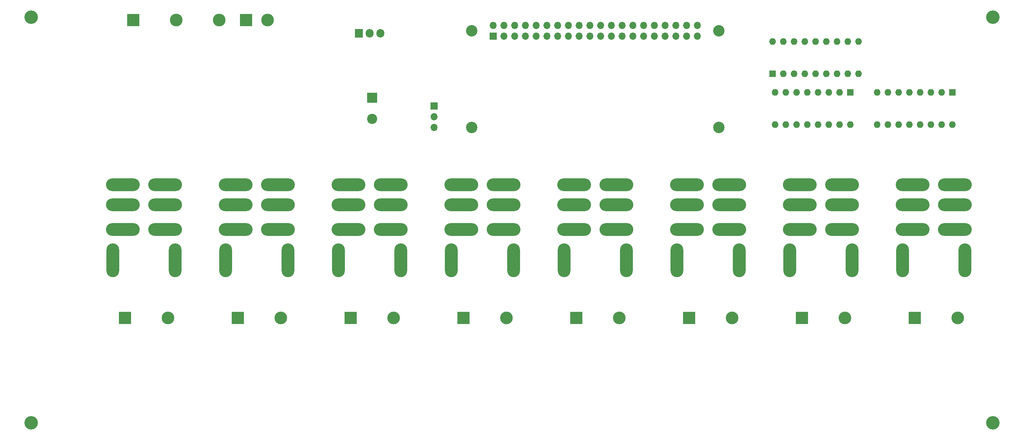
<source format=gbr>
%TF.GenerationSoftware,KiCad,Pcbnew,(5.1.12-1-10_14)*%
%TF.CreationDate,2022-01-09T10:09:14-08:00*%
%TF.ProjectId,RPI_Remote_Power_Controller,5250495f-5265-46d6-9f74-655f506f7765,0.1*%
%TF.SameCoordinates,Original*%
%TF.FileFunction,Soldermask,Bot*%
%TF.FilePolarity,Negative*%
%FSLAX46Y46*%
G04 Gerber Fmt 4.6, Leading zero omitted, Abs format (unit mm)*
G04 Created by KiCad (PCBNEW (5.1.12-1-10_14)) date 2022-01-09 10:09:14*
%MOMM*%
%LPD*%
G01*
G04 APERTURE LIST*
%ADD10O,8.000000X3.000000*%
%ADD11O,3.000000X8.000000*%
%ADD12R,1.700000X1.700000*%
%ADD13O,1.700000X1.700000*%
%ADD14C,2.400000*%
%ADD15R,2.400000X2.400000*%
%ADD16C,3.200000*%
%ADD17C,2.700000*%
%ADD18R,1.905000X2.000000*%
%ADD19O,1.905000X2.000000*%
%ADD20R,1.600000X1.600000*%
%ADD21O,1.600000X1.600000*%
%ADD22R,3.000000X3.000000*%
%ADD23C,3.000000*%
G04 APERTURE END LIST*
D10*
%TO.C,SW3*%
X102315000Y-89770000D03*
X112315000Y-89750000D03*
X102315000Y-94460000D03*
X112315000Y-94460000D03*
X102315000Y-100360000D03*
X112315000Y-100360000D03*
D11*
X99915000Y-107610000D03*
X114715000Y-107610000D03*
%TD*%
D12*
%TO.C,J11*%
X136525000Y-54610000D03*
D13*
X136525000Y-52070000D03*
X139065000Y-54610000D03*
X139065000Y-52070000D03*
X141605000Y-54610000D03*
X141605000Y-52070000D03*
X144145000Y-54610000D03*
X144145000Y-52070000D03*
X146685000Y-54610000D03*
X146685000Y-52070000D03*
X149225000Y-54610000D03*
X149225000Y-52070000D03*
X151765000Y-54610000D03*
X151765000Y-52070000D03*
X154305000Y-54610000D03*
X154305000Y-52070000D03*
X156845000Y-54610000D03*
X156845000Y-52070000D03*
X159385000Y-54610000D03*
X159385000Y-52070000D03*
X161925000Y-54610000D03*
X161925000Y-52070000D03*
X164465000Y-54610000D03*
X164465000Y-52070000D03*
X167005000Y-54610000D03*
X167005000Y-52070000D03*
X169545000Y-54610000D03*
X169545000Y-52070000D03*
X172085000Y-54610000D03*
X172085000Y-52070000D03*
X174625000Y-54610000D03*
X174625000Y-52070000D03*
X177165000Y-54610000D03*
X177165000Y-52070000D03*
X179705000Y-54610000D03*
X179705000Y-52070000D03*
X182245000Y-54610000D03*
X182245000Y-52070000D03*
X184785000Y-54610000D03*
X184785000Y-52070000D03*
%TD*%
D14*
%TO.C,C1*%
X107950000Y-74215000D03*
D15*
X107950000Y-69215000D03*
%TD*%
D16*
%TO.C,REF\u002A\u002A*%
X254635000Y-50165000D03*
%TD*%
%TO.C,REF\u002A\u002A*%
X27305000Y-146050000D03*
%TD*%
%TO.C,REF\u002A\u002A*%
X254635000Y-146050000D03*
%TD*%
%TO.C,REF\u002A\u002A*%
X27305000Y-50165000D03*
%TD*%
D17*
%TO.C,REF\u002A\u002A*%
X189865000Y-76200000D03*
%TD*%
%TO.C,REF\u002A\u002A*%
X131445000Y-76200000D03*
%TD*%
%TO.C,REF\u002A\u002A*%
X189865000Y-53340000D03*
%TD*%
%TO.C,REF\u002A\u002A*%
X131445000Y-53340000D03*
%TD*%
D12*
%TO.C,J9*%
X122555000Y-71120000D03*
D13*
X122555000Y-73660000D03*
X122555000Y-76200000D03*
%TD*%
D10*
%TO.C,SW1*%
X48975000Y-89770000D03*
X58975000Y-89750000D03*
X48975000Y-94460000D03*
X58975000Y-94460000D03*
X48975000Y-100360000D03*
X58975000Y-100360000D03*
D11*
X46575000Y-107610000D03*
X61375000Y-107610000D03*
%TD*%
%TO.C,SW2*%
X88045000Y-107610000D03*
X73245000Y-107610000D03*
D10*
X85645000Y-100360000D03*
X75645000Y-100360000D03*
X85645000Y-94460000D03*
X75645000Y-94460000D03*
X85645000Y-89750000D03*
X75645000Y-89770000D03*
%TD*%
D11*
%TO.C,SW4*%
X141385000Y-107610000D03*
X126585000Y-107610000D03*
D10*
X138985000Y-100360000D03*
X128985000Y-100360000D03*
X138985000Y-94460000D03*
X128985000Y-94460000D03*
X138985000Y-89750000D03*
X128985000Y-89770000D03*
%TD*%
%TO.C,SW5*%
X155655000Y-89770000D03*
X165655000Y-89750000D03*
X155655000Y-94460000D03*
X165655000Y-94460000D03*
X155655000Y-100360000D03*
X165655000Y-100360000D03*
D11*
X153255000Y-107610000D03*
X168055000Y-107610000D03*
%TD*%
%TO.C,SW6*%
X194725000Y-107610000D03*
X179925000Y-107610000D03*
D10*
X192325000Y-100360000D03*
X182325000Y-100360000D03*
X192325000Y-94460000D03*
X182325000Y-94460000D03*
X192325000Y-89750000D03*
X182325000Y-89770000D03*
%TD*%
%TO.C,SW7*%
X208995000Y-89770000D03*
X218995000Y-89750000D03*
X208995000Y-94460000D03*
X218995000Y-94460000D03*
X208995000Y-100360000D03*
X218995000Y-100360000D03*
D11*
X206595000Y-107610000D03*
X221395000Y-107610000D03*
%TD*%
%TO.C,SW8*%
X248065000Y-107610000D03*
X233265000Y-107610000D03*
D10*
X245665000Y-100360000D03*
X235665000Y-100360000D03*
X245665000Y-94460000D03*
X235665000Y-94460000D03*
X245665000Y-89750000D03*
X235665000Y-89770000D03*
%TD*%
D18*
%TO.C,U1*%
X104775000Y-53975000D03*
D19*
X107315000Y-53975000D03*
X109855000Y-53975000D03*
%TD*%
D20*
%TO.C,U2*%
X202565000Y-63500000D03*
D21*
X222885000Y-55880000D03*
X205105000Y-63500000D03*
X220345000Y-55880000D03*
X207645000Y-63500000D03*
X217805000Y-55880000D03*
X210185000Y-63500000D03*
X215265000Y-55880000D03*
X212725000Y-63500000D03*
X212725000Y-55880000D03*
X215265000Y-63500000D03*
X210185000Y-55880000D03*
X217805000Y-63500000D03*
X207645000Y-55880000D03*
X220345000Y-63500000D03*
X205105000Y-55880000D03*
X222885000Y-63500000D03*
X202565000Y-55880000D03*
%TD*%
%TO.C,U3*%
X220980000Y-75565000D03*
X203200000Y-67945000D03*
X218440000Y-75565000D03*
X205740000Y-67945000D03*
X215900000Y-75565000D03*
X208280000Y-67945000D03*
X213360000Y-75565000D03*
X210820000Y-67945000D03*
X210820000Y-75565000D03*
X213360000Y-67945000D03*
X208280000Y-75565000D03*
X215900000Y-67945000D03*
X205740000Y-75565000D03*
X218440000Y-67945000D03*
X203200000Y-75565000D03*
D20*
X220980000Y-67945000D03*
%TD*%
%TO.C,U4*%
X245110000Y-67945000D03*
D21*
X227330000Y-75565000D03*
X242570000Y-67945000D03*
X229870000Y-75565000D03*
X240030000Y-67945000D03*
X232410000Y-75565000D03*
X237490000Y-67945000D03*
X234950000Y-75565000D03*
X234950000Y-67945000D03*
X237490000Y-75565000D03*
X232410000Y-67945000D03*
X240030000Y-75565000D03*
X229870000Y-67945000D03*
X242570000Y-75565000D03*
X227330000Y-67945000D03*
X245110000Y-75565000D03*
%TD*%
D22*
%TO.C,J12*%
X78105000Y-50800000D03*
D23*
X83185000Y-50800000D03*
%TD*%
D22*
%TO.C,J10*%
X51435000Y-50800000D03*
D23*
X61595000Y-50800000D03*
X71755000Y-50800000D03*
%TD*%
%TO.C,J1*%
X59690000Y-121285000D03*
D22*
X49530000Y-121285000D03*
%TD*%
%TO.C,J2*%
X76200000Y-121285000D03*
D23*
X86360000Y-121285000D03*
%TD*%
D22*
%TO.C,J3*%
X102870000Y-121285000D03*
D23*
X113030000Y-121285000D03*
%TD*%
%TO.C,J4*%
X139700000Y-121285000D03*
D22*
X129540000Y-121285000D03*
%TD*%
%TO.C,J5*%
X156210000Y-121285000D03*
D23*
X166370000Y-121285000D03*
%TD*%
%TO.C,J6*%
X193040000Y-121285000D03*
D22*
X182880000Y-121285000D03*
%TD*%
%TO.C,J7*%
X209550000Y-121285000D03*
D23*
X219710000Y-121285000D03*
%TD*%
%TO.C,J8*%
X246380000Y-121285000D03*
D22*
X236220000Y-121285000D03*
%TD*%
M02*

</source>
